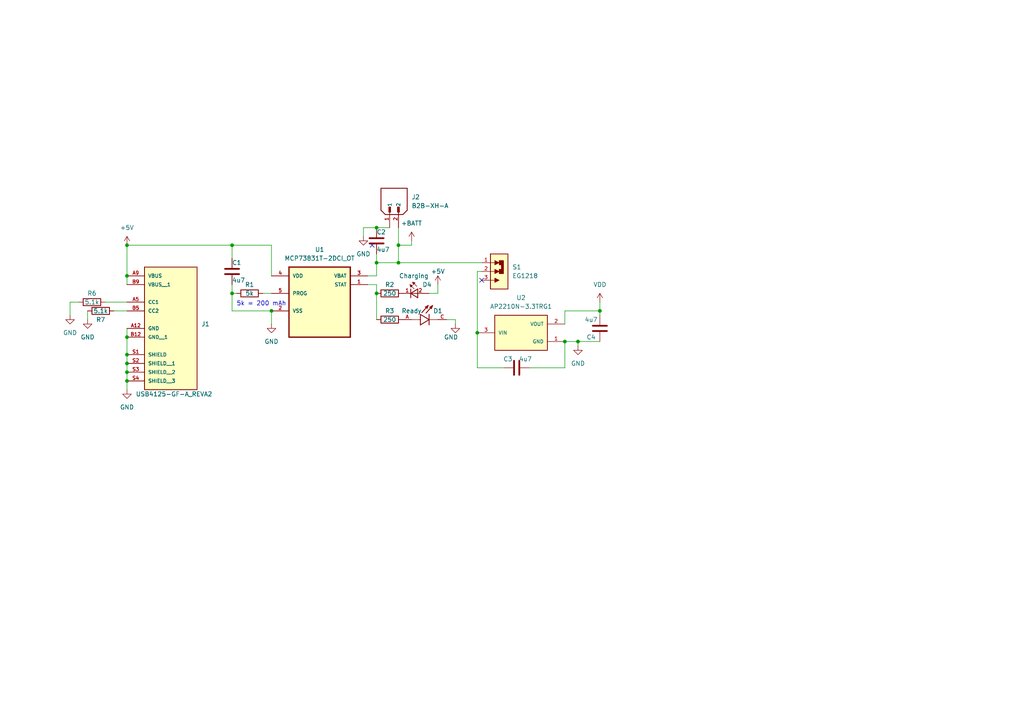
<source format=kicad_sch>
(kicad_sch (version 20230121) (generator eeschema)
  (paper "A4")
  (lib_symbols
    (symbol "AP2210N-3.3TRG1:AP2210N-3.3TRG1" (pin_names (offset 1.016))
      (property "Reference" "U" (at -7.3776 5.3424 0))
      (property "Value" "AP2210N-3.3TRG1" (at -7.3722 -6.8637 0))
      (symbol "AP2210N-3.3TRG1_0_0"
        (rectangle (start -7.62 -5.08) (end 7.62 5.08) (stroke (width 0.254)) (fill (type background)))
        (pin power_in line (at 12.7 -2.54 180) (length 5.08) (name "GND") (number "1"))
        (pin output line (at 12.7 2.54 180) (length 5.08) (name "VOUT") (number "2"))
        (pin input line (at -12.7 0 0) (length 5.08) (name "VIN") (number "3"))
      )
    )
    (symbol "B2B-XH-A:B2B-XH-A" (pin_names (offset 1.016))
      (property "Reference" "J" (at -2.54 6.35 0))
      (property "Value" "B2B-XH-A" (at -2.54 -5.08 0))
      (symbol "B2B-XH-A_0_0"
        (rectangle (start -3.175 -0.3175) (end -1.5875 0.3175) (stroke (width 0.1)) (fill (type outline)))
        (rectangle (start -3.175 2.2225) (end -1.5875 2.8575) (stroke (width 0.1)) (fill (type outline)))
        (polyline (pts (xy -3.81 -1.27) (xy -2.54 -2.54)) (stroke (width 0.254)))
        (polyline (pts (xy -3.81 3.81) (xy -3.81 -1.27)) (stroke (width 0.254)))
        (polyline (pts (xy -3.81 3.81) (xy -2.54 5.08)) (stroke (width 0.254)))
        (polyline (pts (xy -2.54 -2.54) (xy 3.81 -2.54)) (stroke (width 0.254)))
        (polyline (pts (xy 3.81 -2.54) (xy 3.81 5.08)) (stroke (width 0.254)))
        (polyline (pts (xy 3.81 5.08) (xy -2.54 5.08)) (stroke (width 0.254)))
        (pin passive line (at -7.62 2.54 0) (length 5.08) (name "1") (number "1"))
        (pin passive line (at -7.62 0 0) (length 5.08) (name "2") (number "2"))
      )
    )
    (symbol "Device:C" (pin_numbers hide) (pin_names (offset 0.254))
      (property "Reference" "C" (at 0.635 2.54 0))
      (property "Value" "C" (at 0.635 -2.54 0))
      (symbol "C_0_1"
        (polyline (pts (xy -2.032 -0.762) (xy 2.032 -0.762)) (stroke (width 0.508)))
        (polyline (pts (xy -2.032 0.762) (xy 2.032 0.762)) (stroke (width 0.508)))
      )
      (symbol "C_1_1"
        (pin passive line (at 0 3.81 270) (length 2.794) (name "~") (number "1"))
        (pin passive line (at 0 -3.81 90) (length 2.794) (name "~") (number "2"))
      )
    )
    (symbol "Device:R" (pin_numbers hide) (pin_names (offset 0))
      (property "Reference" "R" (at 2.032 0 90))
      (property "Value" "R" (at 0 0 90))
      (symbol "R_0_1"
        (rectangle (start -1.016 -2.54) (end 1.016 2.54) (stroke (width 0.254)))
      )
      (symbol "R_1_1"
        (pin passive line (at 0 3.81 270) (length 1.27) (name "~") (number "1"))
        (pin passive line (at 0 -3.81 90) (length 1.27) (name "~") (number "2"))
      )
    )
    (symbol "EG1218:EG1218" (pin_names (offset 1.016))
      (property "Reference" "S" (at -5.08 5.842 0))
      (property "Value" "EG1218" (at -5.08 -7.62 0))
      (symbol "EG1218_0_0"
        (rectangle (start -2.54 -5.08) (end 2.54 5.08) (stroke (width 0.254)) (fill (type background)))
        (polyline (pts (xy -2.54 -2.54) (xy -1.27 -2.54)) (stroke (width 0.1524)))
        (polyline (pts (xy -2.54 0) (xy -1.27 0)) (stroke (width 0.1524)))
        (polyline (pts (xy -2.54 2.54) (xy -1.27 2.54)) (stroke (width 0.1524)))
        (polyline (pts (xy -1.27 -1.905) (xy -1.27 -3.175) (xy 0 -2.54) (xy -1.27 -1.905)) (stroke (width 0.1524)) (fill (type outline)))
        (polyline (pts (xy -1.27 0.635) (xy -1.27 -0.635) (xy 0 0) (xy -1.27 0.635)) (stroke (width 0.1524)) (fill (type outline)))
        (polyline (pts (xy -1.27 3.175) (xy -1.27 1.905) (xy 0 2.54) (xy -1.27 3.175)) (stroke (width 0.1524)) (fill (type outline)))
        (polyline (pts (xy 0 1.905) (xy 0 3.175) (xy 1.27 3.175) (xy 1.27 -0.635) (xy 0 -0.635) (xy 0 0.635) (xy 0.635 0.635) (xy 0.635 1.905) (xy 0 1.905)) (stroke (width 0.1524)) (fill (type outline)))
        (pin passive line (at -5.08 2.54 0) (length 2.54) (name "~") (number "1"))
        (pin passive line (at -5.08 0 0) (length 2.54) (name "~") (number "2"))
        (pin passive line (at -5.08 -2.54 0) (length 2.54) (name "~") (number "3"))
      )
    )
    (symbol "LTST-C190EKT:LTST-C190EKT" (pin_names (offset 1.016))
      (property "Reference" "D" (at 2.547 2.547 0))
      (property "Value" "LTST-C190EKT" (at 2.5409 0 0))
      (symbol "LTST-C190EKT_0_0"
        (polyline (pts (xy -2.032 1.524) (xy -2.921 0.635)) (stroke (width 0.1524)))
        (polyline (pts (xy -1.27 0.762) (xy -2.159 -0.127)) (stroke (width 0.1524)))
        (polyline (pts (xy 0 -0.254) (xy -1.27 -0.254)) (stroke (width 0.254)))
        (polyline (pts (xy 0 -0.254) (xy -1.27 1.778)) (stroke (width 0.254)))
        (polyline (pts (xy 1.27 -0.254) (xy 0 -0.254)) (stroke (width 0.254)))
        (polyline (pts (xy 1.27 1.778) (xy -1.27 1.778)) (stroke (width 0.254)))
        (polyline (pts (xy 1.27 1.778) (xy 0 -0.254)) (stroke (width 0.254)))
        (polyline (pts (xy -3.048 1.016) (xy -3.302 0.254) (xy -2.54 0.508) (xy -3.048 1.016)) (stroke (width 0.1524)) (fill (type outline)))
        (polyline (pts (xy -2.286 0.254) (xy -2.54 -0.508) (xy -1.778 -0.254) (xy -2.286 0.254)) (stroke (width 0.1524)) (fill (type outline)))
        (pin passive line (at 0 -2.54 90) (length 2.54) (name "~") (number "1"))
        (pin passive line (at 0 5.08 270) (length 5.08) (name "~") (number "2"))
      )
    )
    (symbol "LTST-C190GKT:LTST-C190GKT" (pin_names (offset 1.016))
      (property "Reference" "D" (at -5.08 5.08 0))
      (property "Value" "LTST-C190GKT" (at -5.08 -5.08 0))
      (symbol "LTST-C190GKT_0_0"
        (polyline (pts (xy -2.54 -1.524) (xy 0 0)) (stroke (width 0.254)))
        (polyline (pts (xy -2.54 0) (xy -5.08 0)) (stroke (width 0.1524)))
        (polyline (pts (xy -2.54 0) (xy -2.54 -1.524)) (stroke (width 0.254)))
        (polyline (pts (xy -2.54 1.524) (xy -2.54 0)) (stroke (width 0.254)))
        (polyline (pts (xy -0.3556 4.0386) (xy -2.1336 2.0066)) (stroke (width 0.254)))
        (polyline (pts (xy 0 0) (xy -2.54 1.524)) (stroke (width 0.254)))
        (polyline (pts (xy 0 0) (xy 0 -1.524)) (stroke (width 0.254)))
        (polyline (pts (xy 0 1.524) (xy 0 0)) (stroke (width 0.254)))
        (polyline (pts (xy 0.889 3.937) (xy -0.889 1.905)) (stroke (width 0.254)))
        (polyline (pts (xy 2.54 0) (xy 0 0)) (stroke (width 0.1524)))
        (polyline (pts (xy -1.143 3.683) (xy -0.5715 3.175) (xy -0.1905 4.191) (xy -1.143 3.683)) (stroke (width 0.1524)) (fill (type outline)))
        (polyline (pts (xy 0.127 3.6195) (xy 0.6985 3.1115) (xy 1.0795 4.191) (xy 0.127 3.6195)) (stroke (width 0.1524)) (fill (type outline)))
        (pin passive line (at -7.62 0 0) (length 2.54) (name "~") (number "A"))
        (pin passive line (at 5.08 0 180) (length 2.54) (name "~") (number "C"))
      )
    )
    (symbol "MCP73831T-2DCI/OT:MCP73831T-2DCI_OT" (pin_names (offset 1.016))
      (property "Reference" "U" (at -5.0356 8.7233 0))
      (property "Value" "MCP73831T-2DCI_OT" (at -5.8479 -15.5098 0))
      (symbol "MCP73831T-2DCI_OT_0_0"
        (rectangle (start -10.16 -12.7) (end 7.62 7.62) (stroke (width 0.4064)) (fill (type background)))
        (pin output line (at 12.7 2.54 180) (length 5.08) (name "STAT") (number "1"))
        (pin power_in line (at -15.24 -5.08 0) (length 5.08) (name "VSS") (number "2"))
        (pin power_in line (at 12.7 5.08 180) (length 5.08) (name "VBAT") (number "3"))
        (pin power_in line (at -15.24 5.08 0) (length 5.08) (name "VDD") (number "4"))
        (pin input line (at -15.24 0 0) (length 5.08) (name "PROG") (number "5"))
      )
    )
    (symbol "USB4125-GF-A:USB4125-GF-A_REVA2" (pin_names (offset 1.016))
      (property "Reference" "J" (at -7.62 10.922 0))
      (property "Value" "USB4125-GF-A_REVA2" (at -7.62 -26.162 0))
      (symbol "USB4125-GF-A_REVA2_0_0"
        (rectangle (start -7.62 -25.4) (end 7.62 10.16) (stroke (width 0.254)) (fill (type background)))
        (pin power_in line (at -12.7 -7.62 0) (length 5.08) (name "GND") (number "A12"))
        (pin bidirectional line (at -12.7 0 0) (length 5.08) (name "CC1") (number "A5"))
        (pin power_in line (at -12.7 7.62 0) (length 5.08) (name "VBUS") (number "A9"))
        (pin power_in line (at -12.7 -10.16 0) (length 5.08) (name "GND__1") (number "B12"))
        (pin bidirectional line (at -12.7 -2.54 0) (length 5.08) (name "CC2") (number "B5"))
        (pin power_in line (at -12.7 5.08 0) (length 5.08) (name "VBUS__1") (number "B9"))
        (pin passive line (at -12.7 -15.24 0) (length 5.08) (name "SHIELD") (number "S1"))
        (pin passive line (at -12.7 -17.78 0) (length 5.08) (name "SHIELD__1") (number "S2"))
        (pin passive line (at -12.7 -20.32 0) (length 5.08) (name "SHIELD__2") (number "S3"))
        (pin passive line (at -12.7 -22.86 0) (length 5.08) (name "SHIELD__3") (number "S4"))
      )
    )
    (symbol "power:+5V" (power) (pin_names (offset 0))
      (property "Value" "+5V" (at 0 3.556 0))
      (symbol "+5V_0_1"
        (polyline (pts (xy -0.762 1.27) (xy 0 2.54)))
        (polyline (pts (xy 0 0) (xy 0 2.54)))
        (polyline (pts (xy 0 2.54) (xy 0.762 1.27)))
      )
      (symbol "+5V_1_1"
        (pin power_in line (at 0 0 90) (length 0) hide (name "+5V") (number "1"))
      )
    )
    (symbol "power:+BATT" (power) (pin_names (offset 0))
      (property "Value" "+BATT" (at 0 3.556 0))
      (symbol "+BATT_0_1"
        (polyline (pts (xy -0.762 1.27) (xy 0 2.54)))
        (polyline (pts (xy 0 0) (xy 0 2.54)))
        (polyline (pts (xy 0 2.54) (xy 0.762 1.27)))
      )
      (symbol "+BATT_1_1"
        (pin power_in line (at 0 0 90) (length 0) hide (name "+BATT") (number "1"))
      )
    )
    (symbol "power:GND" (power) (pin_names (offset 0))
      (property "Value" "GND" (at 0 -3.81 0))
      (symbol "GND_0_1"
        (polyline (pts (xy 0 0) (xy 0 -1.27) (xy 1.27 -1.27) (xy 0 -2.54) (xy -1.27 -1.27) (xy 0 -1.27)))
      )
      (symbol "GND_1_1"
        (pin power_in line (at 0 0 270) (length 0) hide (name "GND") (number "1"))
      )
    )
    (symbol "power:VDD" (power) (pin_names (offset 0))
      (property "Value" "VDD" (at 0 3.81 0))
      (symbol "VDD_0_1"
        (polyline (pts (xy -0.762 1.27) (xy 0 2.54)))
        (polyline (pts (xy 0 0) (xy 0 2.54)))
        (polyline (pts (xy 0 2.54) (xy 0.762 1.27)))
      )
      (symbol "VDD_1_1"
        (pin power_in line (at 0 0 90) (length 0) hide (name "VDD") (number "1"))
      )
    )
  )
  (junction (at 167.64 99.06))
  (junction (at 138.43 96.52))
  (junction (at 109.22 85.09))
  (junction (at 163.83 99.06))
  (junction (at 109.22 76.2))
  (junction (at 109.22 66.04))
  (junction (at 36.83 105.41))
  (junction (at 36.83 71.12))
  (junction (at 115.57 71.12))
  (junction (at 36.83 110.49))
  (junction (at 36.83 102.87))
  (junction (at 67.31 71.12))
  (junction (at 115.57 76.2))
  (junction (at 67.31 85.09))
  (junction (at 36.83 107.95))
  (junction (at 173.99 90.17))
  (junction (at 36.83 97.79))
  (junction (at 78.74 90.17))
  (junction (at 36.83 80.01))
  (no_connect (at 107.95 71.12))
  (no_connect (at 139.7 81.28))
  (wire (pts (xy 36.83 102.87) (xy 36.83 105.41)))
  (wire (pts (xy 146.05 106.68) (xy 138.43 106.68)))
  (wire (pts (xy 67.31 71.12) (xy 78.74 71.12)))
  (wire (pts (xy 36.83 110.49) (xy 36.83 113.03)))
  (wire (pts (xy 36.83 95.25) (xy 36.83 97.79)))
  (wire (pts (xy 109.22 82.55) (xy 109.22 85.09)))
  (wire (pts (xy 119.38 71.12) (xy 115.57 71.12)))
  (wire (pts (xy 138.43 78.74) (xy 138.43 96.52)))
  (wire (pts (xy 109.22 76.2) (xy 109.22 80.01)))
  (wire (pts (xy 67.31 85.09) (xy 68.58 85.09)))
  (wire (pts (xy 173.99 87.63) (xy 173.99 90.17)))
  (wire (pts (xy 127 85.09) (xy 127 82.55)))
  (wire (pts (xy 109.22 85.09) (xy 109.22 92.71)))
  (wire (pts (xy 115.57 76.2) (xy 109.22 76.2)))
  (wire (pts (xy 115.57 71.12) (xy 115.57 76.2)))
  (wire (pts (xy 25.4 90.17) (xy 25.4 92.71)))
  (wire (pts (xy 106.68 82.55) (xy 109.22 82.55)))
  (wire (pts (xy 30.48 87.63) (xy 36.83 87.63)))
  (wire (pts (xy 78.74 80.01) (xy 78.74 71.12)))
  (wire (pts (xy 36.83 107.95) (xy 36.83 110.49)))
  (wire (pts (xy 173.99 99.06) (xy 167.64 99.06)))
  (wire (pts (xy 67.31 82.55) (xy 67.31 85.09)))
  (wire (pts (xy 67.31 85.09) (xy 67.31 90.17)))
  (wire (pts (xy 138.43 106.68) (xy 138.43 96.52)))
  (wire (pts (xy 163.83 90.17) (xy 163.83 93.98)))
  (wire (pts (xy 36.83 80.01) (xy 36.83 82.55)))
  (wire (pts (xy 132.08 92.71) (xy 129.54 92.71)))
  (wire (pts (xy 109.22 73.66) (xy 109.22 76.2)))
  (wire (pts (xy 173.99 90.17) (xy 163.83 90.17)))
  (wire (pts (xy 36.83 105.41) (xy 36.83 107.95)))
  (wire (pts (xy 115.57 76.2) (xy 139.7 76.2)))
  (wire (pts (xy 22.86 87.63) (xy 20.32 87.63)))
  (wire (pts (xy 36.83 97.79) (xy 36.83 102.87)))
  (wire (pts (xy 78.74 90.17) (xy 78.74 93.98)))
  (wire (pts (xy 109.22 80.01) (xy 106.68 80.01)))
  (wire (pts (xy 167.64 100.33) (xy 167.64 99.06)))
  (wire (pts (xy 36.83 71.12) (xy 67.31 71.12)))
  (wire (pts (xy 105.41 68.58) (xy 105.41 66.04)))
  (wire (pts (xy 139.7 78.74) (xy 138.43 78.74)))
  (wire (pts (xy 67.31 90.17) (xy 78.74 90.17)))
  (wire (pts (xy 167.64 99.06) (xy 163.83 99.06)))
  (wire (pts (xy 76.2 85.09) (xy 78.74 85.09)))
  (wire (pts (xy 20.32 87.63) (xy 20.32 91.44)))
  (wire (pts (xy 67.31 71.12) (xy 67.31 74.93)))
  (wire (pts (xy 153.67 106.68) (xy 163.83 106.68)))
  (wire (pts (xy 124.46 85.09) (xy 127 85.09)))
  (wire (pts (xy 109.22 66.04) (xy 113.03 66.04)))
  (wire (pts (xy 119.38 69.85) (xy 119.38 71.12)))
  (wire (pts (xy 33.02 90.17) (xy 36.83 90.17)))
  (wire (pts (xy 173.99 91.44) (xy 173.99 90.17)))
  (wire (pts (xy 132.08 92.71) (xy 132.08 93.98)))
  (wire (pts (xy 163.83 106.68) (xy 163.83 99.06)))
  (wire (pts (xy 115.57 66.04) (xy 115.57 71.12)))
  (wire (pts (xy 105.41 66.04) (xy 109.22 66.04)))
  (wire (pts (xy 36.83 71.12) (xy 36.83 80.01)))
  (text "5k = 200 mAh" (at 68.58 88.9 0) (effects (font (size 1.27 1.27)) (justify left bottom)))
  (symbol (lib_id "Device:R") (at 113.03 85.09 270) (unit 1)
    (property "Reference" "R2" (at 113.03 82.55 90))
    (property "Value" "250" (at 113.03 85.09 90))
  )
  (symbol (lib_id "power:+BATT") (at 119.38 69.85 0) (unit 1)
    (property "Reference" "#PWR07" (effects hide))
    (property "Value" "+BATT" (at 119.38 64.77 0))
  )
  (symbol (lib_id "Device:C") (at 67.31 78.74 0) (unit 1)
    (property "Reference" "C1" (at 67.31 76.2 0) (effects (justify left)))
    (property "Value" "4u7" (at 67.31 81.28 0) (effects (justify left)))
  )
  (symbol (lib_id "LTST-C190EKT:LTST-C190EKT") (at 119.38 85.09 270) (unit 1)
    (property "Reference" "D4" (at 123.8504 82.55 90))
    (property "Value" "Charging" (at 120.0404 80.01 90))
    (property "Footprint" "MCU_:0603" (effects hide))
  )
  (symbol (lib_id "EG1218:EG1218") (at 144.78 78.74 0) (unit 1)
    (property "Reference" "S1" (at 148.59 77.47 0) (effects (justify left)))
    (property "Value" "EG1218" (at 148.59 80.01 0) (effects (justify left)))
    (property "Footprint" "Power_:SW_EG1218" (effects hide))
    (property "MF" "E-Switch" (effects hide))
    (property "DESCRIPTION" "Slide Switch SPDT Through Hole" (effects hide))
    (property "PACKAGE" "None" (effects hide))
    (property "PRICE" "None" (effects hide))
    (property "MP" "EG1218" (effects hide))
    (property "AVAILABILITY" "In Stock" (effects hide))
    (property "PURCHASE-URL" "https://pricing.snapeda.com/search/part/EG1218/?ref=eda" (effects hide))
  )
  (symbol (lib_id "power:GND") (at 78.74 93.98 0) (unit 1)
    (property "Reference" "#PWR03" (effects hide))
    (property "Value" "GND" (at 78.74 99.06 0))
  )
  (symbol (lib_id "MCP73831T-2DCI/OT:MCP73831T-2DCI_OT") (at 93.98 85.09 0) (unit 1)
    (property "Reference" "U1" (at 92.71 72.39 0))
    (property "Value" "MCP73831T-2DCI_OT" (at 92.71 74.93 0))
    (property "Footprint" "Power_:SOT95P270X145-5N" (effects hide))
    (property "MPN" "MCP73831T-2DCI/OT" (effects hide))
    (property "SUPPLIER" "Microchip" (effects hide))
    (property "OC_NEWARK" "84R6271" (effects hide))
    (property "OC_FARNELL" "1840935" (effects hide))
    (property "PACKAGE" "SOT23-5" (effects hide))
  )
  (symbol (lib_id "power:GND") (at 20.32 91.44 0) (unit 1)
    (property "Reference" "#PWR024" (effects hide))
    (property "Value" "GND" (at 20.32 96.52 0))
  )
  (symbol (lib_id "power:GND") (at 105.41 68.58 0) (unit 1)
    (property "Reference" "#PWR06" (effects hide))
    (property "Value" "GND" (at 105.41 73.66 0))
  )
  (symbol (lib_id "power:GND") (at 36.83 113.03 0) (unit 1)
    (property "Reference" "#PWR01" (effects hide))
    (property "Value" "GND" (at 36.83 118.11 0))
  )
  (symbol (lib_id "Device:R") (at 26.67 87.63 90) (unit 1)
    (property "Reference" "R6" (at 26.67 85.09 90))
    (property "Value" "5.1k" (at 26.67 87.63 90))
  )
  (symbol (lib_id "Device:C") (at 109.22 69.85 0) (unit 1)
    (property "Reference" "C2" (at 109.22 67.31 0) (effects (justify left)))
    (property "Value" "4u7" (at 109.22 72.39 0) (effects (justify left)))
  )
  (symbol (lib_id "Device:R") (at 29.21 90.17 90) (unit 1)
    (property "Reference" "R7" (at 29.21 92.71 90))
    (property "Value" "5.1k" (at 29.21 90.17 90))
  )
  (symbol (lib_id "Device:R") (at 72.39 85.09 90) (unit 1)
    (property "Reference" "R1" (at 72.39 82.55 90))
    (property "Value" "5k" (at 72.39 85.09 90))
  )
  (symbol (lib_id "power:+5V") (at 36.83 71.12 0) (unit 1)
    (property "Reference" "#PWR02" (effects hide))
    (property "Value" "+5V" (at 36.83 66.04 0))
  )
  (symbol (lib_id "B2B-XH-A:B2B-XH-A") (at 115.57 58.42 90) (unit 1)
    (property "Reference" "J2" (at 119.38 57.15 90) (effects (justify right)))
    (property "Value" "B2B-XH-A" (at 119.38 59.69 90) (effects (justify right)))
    (property "Footprint" "Power_:JST_B2B-XH-A" (effects hide))
    (property "PARTREV" "N/A" (effects hide))
    (property "STANDARD" "Manufacturer Recommendations" (effects hide))
    (property "MAXIMUM_PACKAGE_HEIGHT" "7 mm" (effects hide))
    (property "MANUFACTURER" "JST Sales America Inc." (effects hide))
  )
  (symbol (lib_id "Device:C") (at 173.99 95.25 180) (unit 1)
    (property "Reference" "C4" (at 171.45 97.79 0))
    (property "Value" "4u7" (at 171.45 92.71 0))
  )
  (symbol (lib_id "power:GND") (at 132.08 93.98 0) (unit 1)
    (property "Reference" "#PWR05" (effects hide))
    (property "Value" "GND" (at 130.81 97.79 0))
  )
  (symbol (lib_id "AP2210N-3.3TRG1:AP2210N-3.3TRG1") (at 151.13 96.52 0) (unit 1)
    (property "Reference" "U2" (at 151.13 86.36 0))
    (property "Value" "AP2210N-3.3TRG1" (at 151.13 88.9 0))
    (property "Footprint" "Power_:SOT95P280X145-3N" (effects hide))
    (property "MANUFACTURER" "Diodes Inc" (effects hide))
  )
  (symbol (lib_id "Device:R") (at 113.03 92.71 270) (unit 1)
    (property "Reference" "R3" (at 113.03 90.17 90))
    (property "Value" "250" (at 113.03 92.71 90))
  )
  (symbol (lib_id "power:+5V") (at 127 82.55 0) (unit 1)
    (property "Reference" "#PWR04" (effects hide))
    (property "Value" "+5V" (at 127 78.74 0))
  )
  (symbol (lib_id "power:GND") (at 25.4 92.71 0) (unit 1)
    (property "Reference" "#PWR025" (effects hide))
    (property "Value" "GND" (at 25.4 97.79 0))
  )
  (symbol (lib_id "power:GND") (at 167.64 100.33 0) (unit 1)
    (property "Reference" "#PWR08" (effects hide))
    (property "Value" "GND" (at 167.64 105.41 0))
  )
  (symbol (lib_id "power:VDD") (at 173.99 87.63 0) (unit 1)
    (property "Reference" "#PWR09" (effects hide))
    (property "Value" "VDD" (at 173.99 82.55 0))
  )
  (symbol (lib_id "Device:C") (at 149.86 106.68 90) (unit 1)
    (property "Reference" "C3" (at 147.32 104.14 90))
    (property "Value" "4u7" (at 152.4 104.14 90))
  )
  (symbol (lib_id "LTST-C190GKT:LTST-C190GKT") (at 124.46 92.71 0) (unit 1)
    (property "Reference" "D1" (at 127 90.17 0))
    (property "Value" "Ready" (at 119.38 90.17 0))
    (property "Footprint" "MCU_:LEDC1608X35N" (effects hide))
    (property "MF" "Lite-On Inc." (effects hide))
    (property "DESCRIPTION" "Green 571nm LED Indication - Discrete 2V 0603 (1608 Metric)" (effects hide))
    (property "PACKAGE" "0603 Lite-On" (effects hide))
    (property "PRICE" "None" (effects hide))
    (property "MP" "LTST-C190GKT" (effects hide))
    (property "AVAILABILITY" "In Stock" (effects hide))
    (property "PURCHASE-URL" "https://pricing.snapeda.com/search/part/LTST-C190GKT/?ref=eda" (effects hide))
  )
  (symbol (lib_id "USB4125-GF-A:USB4125-GF-A_REVA2") (at 49.53 87.63 0) (unit 1)
    (property "Reference" "J1" (at 58.42 93.98 0) (effects (justify left)))
    (property "Value" "USB4125-GF-A_REVA2" (at 39.37 114.3 0) (effects (justify left)))
    (property "Footprint" "Power_:GCT_USB4125-GF-A_REVA2" (effects hide))
    (property "PARTREV" "Rev A2" (effects hide))
    (property "MANUFACTURER" "GCT" (effects hide))
    (property "MAXIMUM_PACKAGE_HEIGHT" "3.16 mm" (effects hide))
    (property "STANDARD" "Manufacturer Recommendations" (effects hide))
  )
)
</source>
